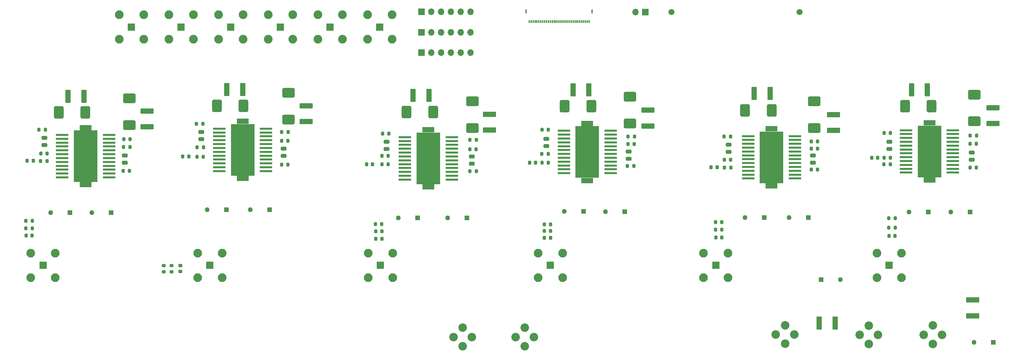
<source format=gbr>
%TF.GenerationSoftware,KiCad,Pcbnew,8.0.5*%
%TF.CreationDate,2024-11-15T20:54:06-05:00*%
%TF.ProjectId,amp_board_final,616d705f-626f-4617-9264-5f66696e616c,rev?*%
%TF.SameCoordinates,Original*%
%TF.FileFunction,Soldermask,Top*%
%TF.FilePolarity,Negative*%
%FSLAX46Y46*%
G04 Gerber Fmt 4.6, Leading zero omitted, Abs format (unit mm)*
G04 Created by KiCad (PCBNEW 8.0.5) date 2024-11-15 20:54:06*
%MOMM*%
%LPD*%
G01*
G04 APERTURE LIST*
G04 Aperture macros list*
%AMRoundRect*
0 Rectangle with rounded corners*
0 $1 Rounding radius*
0 $2 $3 $4 $5 $6 $7 $8 $9 X,Y pos of 4 corners*
0 Add a 4 corners polygon primitive as box body*
4,1,4,$2,$3,$4,$5,$6,$7,$8,$9,$2,$3,0*
0 Add four circle primitives for the rounded corners*
1,1,$1+$1,$2,$3*
1,1,$1+$1,$4,$5*
1,1,$1+$1,$6,$7*
1,1,$1+$1,$8,$9*
0 Add four rect primitives between the rounded corners*
20,1,$1+$1,$2,$3,$4,$5,0*
20,1,$1+$1,$4,$5,$6,$7,0*
20,1,$1+$1,$6,$7,$8,$9,0*
20,1,$1+$1,$8,$9,$2,$3,0*%
G04 Aperture macros list end*
%ADD10RoundRect,0.250000X-0.475000X0.250000X-0.475000X-0.250000X0.475000X-0.250000X0.475000X0.250000X0*%
%ADD11RoundRect,0.249999X-1.450001X0.450001X-1.450001X-0.450001X1.450001X-0.450001X1.450001X0.450001X0*%
%ADD12C,2.209800*%
%ADD13RoundRect,0.200000X-0.200000X-0.275000X0.200000X-0.275000X0.200000X0.275000X-0.200000X0.275000X0*%
%ADD14RoundRect,0.462963X-1.187037X0.787037X-1.187037X-0.787037X1.187037X-0.787037X1.187037X0.787037X0*%
%ADD15R,1.275000X1.275000*%
%ADD16C,1.275000*%
%ADD17RoundRect,0.200000X0.200000X0.275000X-0.200000X0.275000X-0.200000X-0.275000X0.200000X-0.275000X0*%
%ADD18RoundRect,0.225000X-0.225000X-0.250000X0.225000X-0.250000X0.225000X0.250000X-0.225000X0.250000X0*%
%ADD19RoundRect,0.249999X-0.450001X-1.450001X0.450001X-1.450001X0.450001X1.450001X-0.450001X1.450001X0*%
%ADD20RoundRect,0.462963X-0.787037X-1.187037X0.787037X-1.187037X0.787037X1.187037X-0.787037X1.187037X0*%
%ADD21R,1.950000X1.950000*%
%ADD22C,2.250000*%
%ADD23R,3.180000X0.560000*%
%ADD24R,6.130000X13.340000*%
%ADD25R,3.070000X1.470000*%
%ADD26RoundRect,0.250000X0.475000X-0.250000X0.475000X0.250000X-0.475000X0.250000X-0.475000X-0.250000X0*%
%ADD27R,1.700000X1.700000*%
%ADD28O,1.700000X1.700000*%
%ADD29RoundRect,0.225000X-0.250000X0.225000X-0.250000X-0.225000X0.250000X-0.225000X0.250000X0.225000X0*%
%ADD30RoundRect,0.225000X0.225000X0.250000X-0.225000X0.250000X-0.225000X-0.250000X0.225000X-0.250000X0*%
%ADD31RoundRect,0.200000X0.275000X-0.200000X0.275000X0.200000X-0.275000X0.200000X-0.275000X-0.200000X0*%
%ADD32RoundRect,0.200000X-0.275000X0.200000X-0.275000X-0.200000X0.275000X-0.200000X0.275000X0.200000X0*%
%ADD33RoundRect,0.249999X1.450001X-0.450001X1.450001X0.450001X-1.450001X0.450001X-1.450001X-0.450001X0*%
%ADD34C,1.575000*%
%ADD35R,0.300000X0.700000*%
%ADD36R,0.300000X1.000000*%
G04 APERTURE END LIST*
D10*
%TO.C,C35*%
X207264000Y-56454000D03*
X207264000Y-58354000D03*
%TD*%
D11*
%TO.C,C49*%
X234391200Y-48648400D03*
X234391200Y-52748400D03*
%TD*%
D12*
%TO.C,J8*%
X154381200Y-103924100D03*
X154381200Y-108699300D03*
X156768800Y-106311700D03*
X151993600Y-106311700D03*
%TD*%
D13*
%TO.C,R43*%
X115710200Y-77012800D03*
X117360200Y-77012800D03*
%TD*%
%TO.C,R23*%
X91427800Y-53194157D03*
X93077800Y-53194157D03*
%TD*%
D14*
%TO.C,U17*%
X229443400Y-45233900D03*
X229443400Y-52133900D03*
%TD*%
D15*
%TO.C,C22*%
X47230000Y-74090000D03*
D16*
X42230000Y-74090000D03*
%TD*%
D11*
%TO.C,C43*%
X186283600Y-47530800D03*
X186283600Y-51630800D03*
%TD*%
D17*
%TO.C,R36*%
X230263200Y-57454800D03*
X228613200Y-57454800D03*
%TD*%
D15*
%TO.C,C10*%
X139398469Y-75438000D03*
D16*
X134398469Y-75438000D03*
%TD*%
D13*
%TO.C,R26*%
X228638600Y-62915800D03*
X230288600Y-62915800D03*
%TD*%
D10*
%TO.C,C11*%
X118618000Y-55692000D03*
X118618000Y-57592000D03*
%TD*%
D18*
%TO.C,C15*%
X25196000Y-80010000D03*
X26746000Y-80010000D03*
%TD*%
D17*
%TO.C,R17*%
X71132200Y-59594957D03*
X69482200Y-59594957D03*
%TD*%
%TO.C,R5*%
X160527072Y-61137291D03*
X158877072Y-61137291D03*
%TD*%
D19*
%TO.C,C33*%
X213850000Y-43180000D03*
X217950000Y-43180000D03*
%TD*%
D17*
%TO.C,R29*%
X249160800Y-59842400D03*
X247510800Y-59842400D03*
%TD*%
D15*
%TO.C,C2*%
X231180000Y-91440000D03*
D16*
X236180000Y-91440000D03*
%TD*%
D20*
%TO.C,U10*%
X74634000Y-46407157D03*
X81534000Y-46407157D03*
%TD*%
D21*
%TO.C,J13*%
X248818400Y-87731600D03*
D22*
X245643400Y-84556600D03*
X245643400Y-90906600D03*
X251993400Y-90906600D03*
X251993400Y-84556600D03*
%TD*%
D17*
%TO.C,R37*%
X271436600Y-56261000D03*
X269786600Y-56261000D03*
%TD*%
D19*
%TO.C,C9*%
X125458000Y-43712891D03*
X129558000Y-43712891D03*
%TD*%
D13*
%TO.C,R30*%
X206108800Y-60375800D03*
X207758800Y-60375800D03*
%TD*%
D23*
%TO.C,U8*%
X46689600Y-64942557D03*
X46689600Y-63942557D03*
X46689600Y-62942557D03*
X46689600Y-61942557D03*
X46689600Y-60942557D03*
X46689600Y-59942557D03*
X46689600Y-58942557D03*
X46689600Y-57942557D03*
X46689600Y-56942557D03*
X46689600Y-55942557D03*
X46689600Y-54942557D03*
X46689600Y-53942557D03*
X34539600Y-53942557D03*
X34539600Y-54942557D03*
X34539600Y-55942557D03*
X34539600Y-56942557D03*
X34539600Y-57942557D03*
X34539600Y-58942557D03*
X34539600Y-59942557D03*
X34539600Y-60942557D03*
X34539600Y-61942557D03*
X34539600Y-62942557D03*
X34539600Y-63942557D03*
X34539600Y-64942557D03*
D24*
X40614600Y-59442557D03*
D25*
X40614600Y-66847557D03*
X40614600Y-52037557D03*
%TD*%
D17*
%TO.C,R20*%
X30187400Y-52578000D03*
X28537400Y-52578000D03*
%TD*%
D26*
%TO.C,C19*%
X50800000Y-61148000D03*
X50800000Y-59248000D03*
%TD*%
D13*
%TO.C,R7*%
X158826272Y-58851291D03*
X160476272Y-58851291D03*
%TD*%
D12*
%TO.C,J4*%
X138328400Y-103924100D03*
X138328400Y-108699300D03*
X140716000Y-106311700D03*
X135940800Y-106311700D03*
%TD*%
%TO.C,J2*%
X221843600Y-103263700D03*
X221843600Y-108038900D03*
X224231200Y-105651300D03*
X219456000Y-105651300D03*
%TD*%
D10*
%TO.C,C24*%
X70612000Y-53152000D03*
X70612000Y-55052000D03*
%TD*%
D26*
%TO.C,C20*%
X91948000Y-59370000D03*
X91948000Y-57470000D03*
%TD*%
D18*
%TO.C,C17*%
X25488600Y-60636357D03*
X27038600Y-60636357D03*
%TD*%
D13*
%TO.C,R34*%
X228613200Y-55600600D03*
X230263200Y-55600600D03*
%TD*%
D27*
%TO.C,J23*%
X127609600Y-22047200D03*
D28*
X130149600Y-22047200D03*
X132689600Y-22047200D03*
X135229600Y-22047200D03*
X137769600Y-22047200D03*
X140309600Y-22047200D03*
%TD*%
D20*
%TO.C,U7*%
X33626100Y-48134357D03*
X40526100Y-48134357D03*
%TD*%
D21*
%TO.C,J5*%
X72796400Y-87731600D03*
D22*
X69621400Y-84556600D03*
X69621400Y-90906600D03*
X75971400Y-90906600D03*
X75971400Y-84556600D03*
%TD*%
D17*
%TO.C,R39*%
X26796000Y-76200000D03*
X25146000Y-76200000D03*
%TD*%
D21*
%TO.C,J11*%
X203911200Y-87731600D03*
D22*
X200736200Y-84556600D03*
X200736200Y-90906600D03*
X207086200Y-90906600D03*
X207086200Y-84556600D03*
%TD*%
D17*
%TO.C,R16*%
X30593800Y-60712557D03*
X28943800Y-60712557D03*
%TD*%
D18*
%TO.C,C28*%
X248805400Y-80111600D03*
X250355400Y-80111600D03*
%TD*%
D11*
%TO.C,C47*%
X56515000Y-47734000D03*
X56515000Y-51834000D03*
%TD*%
D13*
%TO.C,R2*%
X140208072Y-63296291D03*
X141858072Y-63296291D03*
%TD*%
D27*
%TO.C,J12*%
X127630000Y-32630000D03*
D28*
X130170000Y-32630000D03*
X132710000Y-32630000D03*
X135250000Y-32630000D03*
X137790000Y-32630000D03*
X140330000Y-32630000D03*
%TD*%
D29*
%TO.C,C16*%
X65176400Y-87820200D03*
X65176400Y-89370200D03*
%TD*%
D17*
%TO.C,R24*%
X52133000Y-55048357D03*
X50483000Y-55048357D03*
%TD*%
D10*
%TO.C,C36*%
X248920000Y-55692000D03*
X248920000Y-57592000D03*
%TD*%
D26*
%TO.C,C32*%
X270256000Y-60386000D03*
X270256000Y-58486000D03*
%TD*%
D23*
%TO.C,U3*%
X176687909Y-63868182D03*
X176687909Y-62868182D03*
X176687909Y-61868182D03*
X176687909Y-60868182D03*
X176687909Y-59868182D03*
X176687909Y-58868182D03*
X176687909Y-57868182D03*
X176687909Y-56868182D03*
X176687909Y-55868182D03*
X176687909Y-54868182D03*
X176687909Y-53868182D03*
X176687909Y-52868182D03*
X164537909Y-52868182D03*
X164537909Y-53868182D03*
X164537909Y-54868182D03*
X164537909Y-55868182D03*
X164537909Y-56868182D03*
X164537909Y-57868182D03*
X164537909Y-58868182D03*
X164537909Y-59868182D03*
X164537909Y-60868182D03*
X164537909Y-61868182D03*
X164537909Y-62868182D03*
X164537909Y-63868182D03*
D24*
X170612909Y-58368182D03*
D25*
X170612909Y-65773182D03*
X170612909Y-50963182D03*
%TD*%
D19*
%TO.C,C21*%
X36050000Y-43942000D03*
X40150000Y-43942000D03*
%TD*%
D21*
%TO.C,J9*%
X161036000Y-87731600D03*
D22*
X157861000Y-84556600D03*
X157861000Y-90906600D03*
X164211000Y-90906600D03*
X164211000Y-84556600D03*
%TD*%
D20*
%TO.C,U13*%
X211494900Y-47594400D03*
X218394900Y-47594400D03*
%TD*%
D23*
%TO.C,U9*%
X87380400Y-63316957D03*
X87380400Y-62316957D03*
X87380400Y-61316957D03*
X87380400Y-60316957D03*
X87380400Y-59316957D03*
X87380400Y-58316957D03*
X87380400Y-57316957D03*
X87380400Y-56316957D03*
X87380400Y-55316957D03*
X87380400Y-54316957D03*
X87380400Y-53316957D03*
X87380400Y-52316957D03*
X75230400Y-52316957D03*
X75230400Y-53316957D03*
X75230400Y-54316957D03*
X75230400Y-55316957D03*
X75230400Y-56316957D03*
X75230400Y-57316957D03*
X75230400Y-58316957D03*
X75230400Y-59316957D03*
X75230400Y-60316957D03*
X75230400Y-61316957D03*
X75230400Y-62316957D03*
X75230400Y-63316957D03*
D24*
X81305400Y-57816957D03*
D25*
X81305400Y-65221957D03*
X81305400Y-50411957D03*
%TD*%
D18*
%TO.C,C29*%
X202679000Y-62331600D03*
X204229000Y-62331600D03*
%TD*%
D23*
%TO.C,U14*%
X224438800Y-65240800D03*
X224438800Y-64240800D03*
X224438800Y-63240800D03*
X224438800Y-62240800D03*
X224438800Y-61240800D03*
X224438800Y-60240800D03*
X224438800Y-59240800D03*
X224438800Y-58240800D03*
X224438800Y-57240800D03*
X224438800Y-56240800D03*
X224438800Y-55240800D03*
X224438800Y-54240800D03*
X212288800Y-54240800D03*
X212288800Y-55240800D03*
X212288800Y-56240800D03*
X212288800Y-57240800D03*
X212288800Y-58240800D03*
X212288800Y-59240800D03*
X212288800Y-60240800D03*
X212288800Y-61240800D03*
X212288800Y-62240800D03*
X212288800Y-63240800D03*
X212288800Y-64240800D03*
X212288800Y-65240800D03*
D24*
X218363800Y-59740800D03*
D25*
X218363800Y-67145800D03*
X218363800Y-52335800D03*
%TD*%
D17*
%TO.C,R12*%
X141807272Y-57632091D03*
X140157272Y-57632091D03*
%TD*%
%TO.C,R4*%
X119023472Y-61543691D03*
X117373472Y-61543691D03*
%TD*%
D26*
%TO.C,C31*%
X229108000Y-61173400D03*
X229108000Y-59273400D03*
%TD*%
D13*
%TO.C,R3*%
X181025872Y-61950091D03*
X182675872Y-61950091D03*
%TD*%
D18*
%TO.C,C6*%
X155638200Y-61112400D03*
X157188200Y-61112400D03*
%TD*%
D13*
%TO.C,R38*%
X25146000Y-78130400D03*
X26796000Y-78130400D03*
%TD*%
D23*
%TO.C,U15*%
X265358200Y-63716800D03*
X265358200Y-62716800D03*
X265358200Y-61716800D03*
X265358200Y-60716800D03*
X265358200Y-59716800D03*
X265358200Y-58716800D03*
X265358200Y-57716800D03*
X265358200Y-56716800D03*
X265358200Y-55716800D03*
X265358200Y-54716800D03*
X265358200Y-53716800D03*
X265358200Y-52716800D03*
X253208200Y-52716800D03*
X253208200Y-53716800D03*
X253208200Y-54716800D03*
X253208200Y-55716800D03*
X253208200Y-56716800D03*
X253208200Y-57716800D03*
X253208200Y-58716800D03*
X253208200Y-59716800D03*
X253208200Y-60716800D03*
X253208200Y-61716800D03*
X253208200Y-62716800D03*
X253208200Y-63716800D03*
D24*
X259283200Y-58216800D03*
D25*
X259283200Y-65621800D03*
X259283200Y-50811800D03*
%TD*%
D18*
%TO.C,C30*%
X244284200Y-59842400D03*
X245834200Y-59842400D03*
%TD*%
D17*
%TO.C,R13*%
X182802872Y-56311291D03*
X181152872Y-56311291D03*
%TD*%
D11*
%TO.C,C45*%
X97790000Y-46387800D03*
X97790000Y-50487800D03*
%TD*%
D13*
%TO.C,R18*%
X28994600Y-58782157D03*
X30644600Y-58782157D03*
%TD*%
D17*
%TO.C,R33*%
X249186200Y-53416200D03*
X247536200Y-53416200D03*
%TD*%
D19*
%TO.C,C1*%
X230715600Y-102666800D03*
X234815600Y-102666800D03*
%TD*%
D17*
%TO.C,R49*%
X250405400Y-75488800D03*
X248755400Y-75488800D03*
%TD*%
D27*
%TO.C,J10*%
X185679000Y-22098000D03*
D28*
X183139000Y-22098000D03*
%TD*%
D30*
%TO.C,C3*%
X117361000Y-80822800D03*
X115811000Y-80822800D03*
%TD*%
D31*
%TO.C,R41*%
X60807600Y-89420200D03*
X60807600Y-87770200D03*
%TD*%
D21*
%TO.C,J18*%
X91094560Y-25958800D03*
D22*
X94269560Y-29133800D03*
X94269560Y-22783800D03*
X87919560Y-22783800D03*
X87919560Y-29133800D03*
%TD*%
D14*
%TO.C,U5*%
X140848200Y-45233900D03*
X140848200Y-52133900D03*
%TD*%
D20*
%TO.C,U16*%
X252929700Y-46527600D03*
X259829700Y-46527600D03*
%TD*%
D32*
%TO.C,R40*%
X62890400Y-87770200D03*
X62890400Y-89420200D03*
%TD*%
D17*
%TO.C,R9*%
X160527072Y-52578000D03*
X158877072Y-52578000D03*
%TD*%
D30*
%TO.C,C4*%
X161049000Y-80568800D03*
X159499000Y-80568800D03*
%TD*%
D21*
%TO.C,J15*%
X52476400Y-25958800D03*
D22*
X49301400Y-22783800D03*
X49301400Y-29133800D03*
X55651400Y-29133800D03*
X55651400Y-22783800D03*
%TD*%
D17*
%TO.C,R21*%
X70979800Y-51054000D03*
X69329800Y-51054000D03*
%TD*%
D21*
%TO.C,J17*%
X78221840Y-25958800D03*
D22*
X81396840Y-29133800D03*
X81396840Y-22783800D03*
X75046840Y-22783800D03*
X75046840Y-29133800D03*
%TD*%
D33*
%TO.C,C39*%
X270459200Y-100805200D03*
X270459200Y-96705200D03*
%TD*%
D13*
%TO.C,R14*%
X50330600Y-63277957D03*
X51980600Y-63277957D03*
%TD*%
D19*
%TO.C,C13*%
X166908835Y-42240200D03*
X171008835Y-42240200D03*
%TD*%
D18*
%TO.C,C5*%
X113384872Y-61543691D03*
X114934872Y-61543691D03*
%TD*%
D26*
%TO.C,C7*%
X140716000Y-61402000D03*
X140716000Y-59502000D03*
%TD*%
D27*
%TO.C,J21*%
X127630000Y-27338600D03*
D28*
X130170000Y-27338600D03*
X132710000Y-27338600D03*
X135250000Y-27338600D03*
X137790000Y-27338600D03*
X140330000Y-27338600D03*
%TD*%
D12*
%TO.C,J6*%
X260134100Y-103327200D03*
X260134100Y-108102400D03*
X262521700Y-105714800D03*
X257746500Y-105714800D03*
%TD*%
D20*
%TO.C,U1*%
X123782972Y-48051091D03*
X130682972Y-48051091D03*
%TD*%
D17*
%TO.C,R32*%
X207733400Y-54381400D03*
X206083400Y-54381400D03*
%TD*%
D21*
%TO.C,J7*%
X116992400Y-87731600D03*
D22*
X113817400Y-84556600D03*
X113817400Y-90906600D03*
X120167400Y-90906600D03*
X120167400Y-84556600D03*
%TD*%
D13*
%TO.C,R31*%
X247485400Y-61518800D03*
X249135400Y-61518800D03*
%TD*%
D15*
%TO.C,C50*%
X216458800Y-75387200D03*
D16*
X211458800Y-75387200D03*
%TD*%
D26*
%TO.C,C8*%
X181356000Y-60132000D03*
X181356000Y-58232000D03*
%TD*%
D13*
%TO.C,R22*%
X50457600Y-57105757D03*
X52107600Y-57105757D03*
%TD*%
D19*
%TO.C,C25*%
X77198000Y-42164000D03*
X81298000Y-42164000D03*
%TD*%
D15*
%TO.C,C44*%
X169672000Y-73761600D03*
D16*
X164672000Y-73761600D03*
%TD*%
D14*
%TO.C,U18*%
X270896200Y-43506700D03*
X270896200Y-50406700D03*
%TD*%
D13*
%TO.C,R48*%
X248755400Y-77978000D03*
X250405400Y-77978000D03*
%TD*%
D17*
%TO.C,R44*%
X161099000Y-78841600D03*
X159449000Y-78841600D03*
%TD*%
D13*
%TO.C,R35*%
X269812000Y-54102000D03*
X271462000Y-54102000D03*
%TD*%
D19*
%TO.C,C37*%
X254642400Y-42240200D03*
X258742400Y-42240200D03*
%TD*%
D17*
%TO.C,R28*%
X207809600Y-62382400D03*
X206159600Y-62382400D03*
%TD*%
D21*
%TO.C,J20*%
X116840000Y-25958800D03*
D22*
X120015000Y-29133800D03*
X120015000Y-22783800D03*
X113665000Y-22783800D03*
X113665000Y-29133800D03*
%TD*%
D14*
%TO.C,U12*%
X51922800Y-44471900D03*
X51922800Y-51371900D03*
%TD*%
D15*
%TO.C,C52*%
X258950000Y-73890000D03*
D16*
X253950000Y-73890000D03*
%TD*%
D34*
%TO.C,R1*%
X192442500Y-22098000D03*
X225642500Y-22098000D03*
%TD*%
D10*
%TO.C,C23*%
X29972000Y-54676000D03*
X29972000Y-56576000D03*
%TD*%
D21*
%TO.C,J19*%
X103967280Y-25958800D03*
D22*
X107142280Y-29133800D03*
X107142280Y-22783800D03*
X100792280Y-22783800D03*
X100792280Y-29133800D03*
%TD*%
D15*
%TO.C,C48*%
X36560000Y-74090000D03*
D16*
X31560000Y-74090000D03*
%TD*%
D15*
%TO.C,C40*%
X275804000Y-107696000D03*
D16*
X270804000Y-107696000D03*
%TD*%
D20*
%TO.C,U4*%
X164764335Y-46527600D03*
X171664335Y-46527600D03*
%TD*%
D12*
%TO.C,J1*%
X243535200Y-103365300D03*
X243535200Y-108140500D03*
X245922800Y-105752900D03*
X241147600Y-105752900D03*
%TD*%
D15*
%TO.C,C38*%
X269800000Y-73890000D03*
D16*
X264800000Y-73890000D03*
%TD*%
D13*
%TO.C,R27*%
X269787800Y-62388200D03*
X271437800Y-62388200D03*
%TD*%
%TO.C,R15*%
X91377000Y-61601557D03*
X93027000Y-61601557D03*
%TD*%
%TO.C,R46*%
X203848200Y-78486000D03*
X205498200Y-78486000D03*
%TD*%
D21*
%TO.C,J16*%
X65349120Y-25958800D03*
D22*
X62174120Y-22783800D03*
X62174120Y-29133800D03*
X68524120Y-29133800D03*
X68524120Y-22783800D03*
%TD*%
D18*
%TO.C,C18*%
X65773000Y-59518757D03*
X67323000Y-59518757D03*
%TD*%
D35*
%TO.C,J22*%
X171072000Y-24572200D03*
X170572000Y-24572200D03*
X170072000Y-24572200D03*
X169572000Y-24572200D03*
X169072000Y-24572200D03*
X168572000Y-24572200D03*
X168072000Y-24572200D03*
X167572000Y-24572200D03*
X167072000Y-24572200D03*
X166572000Y-24572200D03*
X166072000Y-24572200D03*
X165572000Y-24572200D03*
X165072000Y-24572200D03*
X164572000Y-24572200D03*
X164072000Y-24572200D03*
X163572000Y-24572200D03*
X163072000Y-24572200D03*
X162572000Y-24572200D03*
X162072000Y-24572200D03*
X161572000Y-24572200D03*
X161072000Y-24572200D03*
X160572000Y-24572200D03*
X160072000Y-24572200D03*
X159572000Y-24572200D03*
X159072000Y-24572200D03*
X158572000Y-24572200D03*
X158072000Y-24572200D03*
X157572000Y-24572200D03*
X157072000Y-24572200D03*
X156572000Y-24572200D03*
X156072000Y-24572200D03*
X155572000Y-24572200D03*
D36*
X171862000Y-21922200D03*
X154782000Y-21922200D03*
%TD*%
D17*
%TO.C,R8*%
X119189000Y-53594000D03*
X117539000Y-53594000D03*
%TD*%
D23*
%TO.C,U2*%
X135500272Y-65519691D03*
X135500272Y-64519691D03*
X135500272Y-63519691D03*
X135500272Y-62519691D03*
X135500272Y-61519691D03*
X135500272Y-60519691D03*
X135500272Y-59519691D03*
X135500272Y-58519691D03*
X135500272Y-57519691D03*
X135500272Y-56519691D03*
X135500272Y-55519691D03*
X135500272Y-54519691D03*
X123350272Y-54519691D03*
X123350272Y-55519691D03*
X123350272Y-56519691D03*
X123350272Y-57519691D03*
X123350272Y-58519691D03*
X123350272Y-59519691D03*
X123350272Y-60519691D03*
X123350272Y-61519691D03*
X123350272Y-62519691D03*
X123350272Y-63519691D03*
X123350272Y-64519691D03*
X123350272Y-65519691D03*
D24*
X129425272Y-60019691D03*
D25*
X129425272Y-67424691D03*
X129425272Y-52614691D03*
%TD*%
D13*
%TO.C,R6*%
X117398872Y-59384691D03*
X119048872Y-59384691D03*
%TD*%
D15*
%TO.C,C34*%
X227899600Y-75387200D03*
D16*
X222899600Y-75387200D03*
%TD*%
D15*
%TO.C,C46*%
X77070000Y-73300000D03*
D16*
X72070000Y-73300000D03*
%TD*%
D14*
%TO.C,U11*%
X93147000Y-43024100D03*
X93147000Y-49924100D03*
%TD*%
D15*
%TO.C,C26*%
X88310000Y-73300000D03*
D16*
X83310000Y-73300000D03*
%TD*%
D18*
%TO.C,C27*%
X203898200Y-80518000D03*
X205448200Y-80518000D03*
%TD*%
D17*
%TO.C,R25*%
X93052400Y-55429357D03*
X91402400Y-55429357D03*
%TD*%
D11*
%TO.C,C51*%
X275742400Y-46870400D03*
X275742400Y-50970400D03*
%TD*%
%TO.C,C41*%
X145288000Y-48597600D03*
X145288000Y-52697600D03*
%TD*%
D10*
%TO.C,C12*%
X160020000Y-54930000D03*
X160020000Y-56830000D03*
%TD*%
D13*
%TO.C,R45*%
X159449000Y-77114400D03*
X161099000Y-77114400D03*
%TD*%
D17*
%TO.C,R42*%
X117411000Y-78943200D03*
X115761000Y-78943200D03*
%TD*%
%TO.C,R47*%
X205498200Y-76555600D03*
X203848200Y-76555600D03*
%TD*%
D13*
%TO.C,R10*%
X140182672Y-55193691D03*
X141832672Y-55193691D03*
%TD*%
D15*
%TO.C,C14*%
X180350800Y-73863200D03*
D16*
X175350800Y-73863200D03*
%TD*%
D15*
%TO.C,C42*%
X126655200Y-75438000D03*
D16*
X121655200Y-75438000D03*
%TD*%
D21*
%TO.C,J3*%
X29571100Y-87731600D03*
D22*
X26396100Y-84556600D03*
X26396100Y-90906600D03*
X32746100Y-90906600D03*
X32746100Y-84556600D03*
%TD*%
D14*
%TO.C,U6*%
X181691400Y-44065500D03*
X181691400Y-50965500D03*
%TD*%
D13*
%TO.C,R11*%
X181178272Y-54355491D03*
X182828272Y-54355491D03*
%TD*%
%TO.C,R19*%
X69507600Y-57150000D03*
X71157600Y-57150000D03*
%TD*%
M02*

</source>
